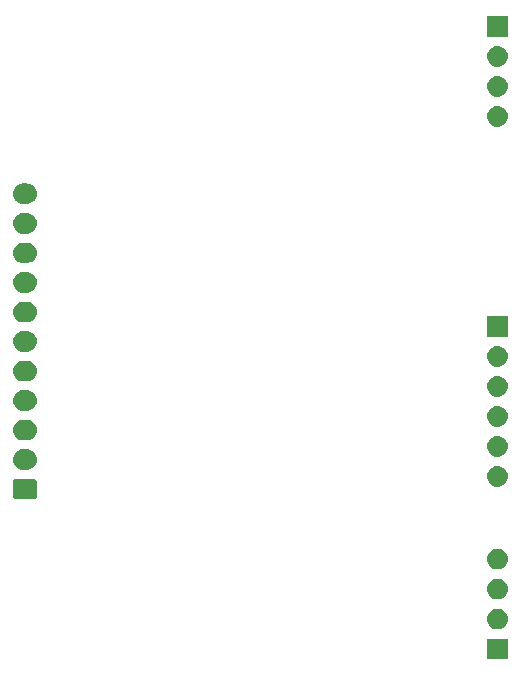
<source format=gbr>
G04 #@! TF.GenerationSoftware,KiCad,Pcbnew,(5.1.2)-2*
G04 #@! TF.CreationDate,2019-08-30T16:27:02-04:00*
G04 #@! TF.ProjectId,AFE SubBoard 0-2,41464520-5375-4624-926f-61726420302d,rev?*
G04 #@! TF.SameCoordinates,Original*
G04 #@! TF.FileFunction,Soldermask,Bot*
G04 #@! TF.FilePolarity,Negative*
%FSLAX46Y46*%
G04 Gerber Fmt 4.6, Leading zero omitted, Abs format (unit mm)*
G04 Created by KiCad (PCBNEW (5.1.2)-2) date 2019-08-30 16:27:02*
%MOMM*%
%LPD*%
G04 APERTURE LIST*
%ADD10C,0.100000*%
G04 APERTURE END LIST*
D10*
G36*
X164705400Y-73265400D02*
G01*
X162954600Y-73265400D01*
X162954600Y-71514600D01*
X164705400Y-71514600D01*
X164705400Y-73265400D01*
X164705400Y-73265400D01*
G37*
G36*
X164001611Y-68987267D02*
G01*
X164166621Y-69037322D01*
X164318698Y-69118609D01*
X164451996Y-69228004D01*
X164561391Y-69361302D01*
X164642678Y-69513379D01*
X164692733Y-69678389D01*
X164709635Y-69850000D01*
X164692733Y-70021611D01*
X164642678Y-70186621D01*
X164561391Y-70338698D01*
X164451996Y-70471996D01*
X164318698Y-70581391D01*
X164166621Y-70662678D01*
X164001611Y-70712733D01*
X163872998Y-70725400D01*
X163787002Y-70725400D01*
X163658389Y-70712733D01*
X163493379Y-70662678D01*
X163341302Y-70581391D01*
X163208004Y-70471996D01*
X163098609Y-70338698D01*
X163017322Y-70186621D01*
X162967267Y-70021611D01*
X162950365Y-69850000D01*
X162967267Y-69678389D01*
X163017322Y-69513379D01*
X163098609Y-69361302D01*
X163208004Y-69228004D01*
X163341302Y-69118609D01*
X163493379Y-69037322D01*
X163658389Y-68987267D01*
X163787002Y-68974600D01*
X163872998Y-68974600D01*
X164001611Y-68987267D01*
X164001611Y-68987267D01*
G37*
G36*
X164001611Y-66447267D02*
G01*
X164166621Y-66497322D01*
X164318698Y-66578609D01*
X164451996Y-66688004D01*
X164561391Y-66821302D01*
X164642678Y-66973379D01*
X164692733Y-67138389D01*
X164709635Y-67310000D01*
X164692733Y-67481611D01*
X164642678Y-67646621D01*
X164561391Y-67798698D01*
X164451996Y-67931996D01*
X164318698Y-68041391D01*
X164166621Y-68122678D01*
X164001611Y-68172733D01*
X163872998Y-68185400D01*
X163787002Y-68185400D01*
X163658389Y-68172733D01*
X163493379Y-68122678D01*
X163341302Y-68041391D01*
X163208004Y-67931996D01*
X163098609Y-67798698D01*
X163017322Y-67646621D01*
X162967267Y-67481611D01*
X162950365Y-67310000D01*
X162967267Y-67138389D01*
X163017322Y-66973379D01*
X163098609Y-66821302D01*
X163208004Y-66688004D01*
X163341302Y-66578609D01*
X163493379Y-66497322D01*
X163658389Y-66447267D01*
X163787002Y-66434600D01*
X163872998Y-66434600D01*
X164001611Y-66447267D01*
X164001611Y-66447267D01*
G37*
G36*
X164001611Y-63907267D02*
G01*
X164166621Y-63957322D01*
X164318698Y-64038609D01*
X164451996Y-64148004D01*
X164561391Y-64281302D01*
X164642678Y-64433379D01*
X164692733Y-64598389D01*
X164709635Y-64770000D01*
X164692733Y-64941611D01*
X164642678Y-65106621D01*
X164561391Y-65258698D01*
X164451996Y-65391996D01*
X164318698Y-65501391D01*
X164166621Y-65582678D01*
X164001611Y-65632733D01*
X163872998Y-65645400D01*
X163787002Y-65645400D01*
X163658389Y-65632733D01*
X163493379Y-65582678D01*
X163341302Y-65501391D01*
X163208004Y-65391996D01*
X163098609Y-65258698D01*
X163017322Y-65106621D01*
X162967267Y-64941611D01*
X162950365Y-64770000D01*
X162967267Y-64598389D01*
X163017322Y-64433379D01*
X163098609Y-64281302D01*
X163208004Y-64148004D01*
X163341302Y-64038609D01*
X163493379Y-63957322D01*
X163658389Y-63907267D01*
X163787002Y-63894600D01*
X163872998Y-63894600D01*
X164001611Y-63907267D01*
X164001611Y-63907267D01*
G37*
G36*
X124632569Y-57984324D02*
G01*
X124677478Y-57997946D01*
X124718871Y-58020072D01*
X124755153Y-58049847D01*
X124784928Y-58086129D01*
X124807054Y-58127522D01*
X124820676Y-58172431D01*
X124825400Y-58220393D01*
X124825400Y-59489607D01*
X124820676Y-59537569D01*
X124807054Y-59582478D01*
X124784928Y-59623871D01*
X124755153Y-59660153D01*
X124718871Y-59689928D01*
X124677478Y-59712054D01*
X124632569Y-59725676D01*
X124584607Y-59730400D01*
X123065393Y-59730400D01*
X123017431Y-59725676D01*
X122972522Y-59712054D01*
X122931129Y-59689928D01*
X122894847Y-59660153D01*
X122865072Y-59623871D01*
X122842946Y-59582478D01*
X122829324Y-59537569D01*
X122824600Y-59489607D01*
X122824600Y-58220393D01*
X122829324Y-58172431D01*
X122842946Y-58127522D01*
X122865072Y-58086129D01*
X122894847Y-58049847D01*
X122931129Y-58020072D01*
X122972522Y-57997946D01*
X123017431Y-57984324D01*
X123065393Y-57979600D01*
X124584607Y-57979600D01*
X124632569Y-57984324D01*
X124632569Y-57984324D01*
G37*
G36*
X164001611Y-56922267D02*
G01*
X164166621Y-56972322D01*
X164318698Y-57053609D01*
X164451996Y-57163004D01*
X164561391Y-57296302D01*
X164642678Y-57448379D01*
X164692733Y-57613389D01*
X164709635Y-57785000D01*
X164692733Y-57956611D01*
X164642678Y-58121621D01*
X164561391Y-58273698D01*
X164451996Y-58406996D01*
X164318698Y-58516391D01*
X164166621Y-58597678D01*
X164001611Y-58647733D01*
X163872998Y-58660400D01*
X163787002Y-58660400D01*
X163658389Y-58647733D01*
X163493379Y-58597678D01*
X163341302Y-58516391D01*
X163208004Y-58406996D01*
X163098609Y-58273698D01*
X163017322Y-58121621D01*
X162967267Y-57956611D01*
X162950365Y-57785000D01*
X162967267Y-57613389D01*
X163017322Y-57448379D01*
X163098609Y-57296302D01*
X163208004Y-57163004D01*
X163341302Y-57053609D01*
X163493379Y-56972322D01*
X163658389Y-56922267D01*
X163787002Y-56909600D01*
X163872998Y-56909600D01*
X164001611Y-56922267D01*
X164001611Y-56922267D01*
G37*
G36*
X124121611Y-55492267D02*
G01*
X124286621Y-55542322D01*
X124438698Y-55623609D01*
X124571996Y-55733004D01*
X124681391Y-55866302D01*
X124762678Y-56018379D01*
X124812733Y-56183389D01*
X124829635Y-56355000D01*
X124812733Y-56526611D01*
X124762678Y-56691621D01*
X124681391Y-56843698D01*
X124571996Y-56976996D01*
X124438698Y-57086391D01*
X124286621Y-57167678D01*
X124121611Y-57217733D01*
X123992998Y-57230400D01*
X123657002Y-57230400D01*
X123528389Y-57217733D01*
X123363379Y-57167678D01*
X123211302Y-57086391D01*
X123078004Y-56976996D01*
X122968609Y-56843698D01*
X122887322Y-56691621D01*
X122837267Y-56526611D01*
X122820365Y-56355000D01*
X122837267Y-56183389D01*
X122887322Y-56018379D01*
X122968609Y-55866302D01*
X123078004Y-55733004D01*
X123211302Y-55623609D01*
X123363379Y-55542322D01*
X123528389Y-55492267D01*
X123657002Y-55479600D01*
X123992998Y-55479600D01*
X124121611Y-55492267D01*
X124121611Y-55492267D01*
G37*
G36*
X164001611Y-54382267D02*
G01*
X164166621Y-54432322D01*
X164318698Y-54513609D01*
X164451996Y-54623004D01*
X164561391Y-54756302D01*
X164642678Y-54908379D01*
X164692733Y-55073389D01*
X164709635Y-55245000D01*
X164692733Y-55416611D01*
X164642678Y-55581621D01*
X164561391Y-55733698D01*
X164451996Y-55866996D01*
X164318698Y-55976391D01*
X164166621Y-56057678D01*
X164001611Y-56107733D01*
X163872998Y-56120400D01*
X163787002Y-56120400D01*
X163658389Y-56107733D01*
X163493379Y-56057678D01*
X163341302Y-55976391D01*
X163208004Y-55866996D01*
X163098609Y-55733698D01*
X163017322Y-55581621D01*
X162967267Y-55416611D01*
X162950365Y-55245000D01*
X162967267Y-55073389D01*
X163017322Y-54908379D01*
X163098609Y-54756302D01*
X163208004Y-54623004D01*
X163341302Y-54513609D01*
X163493379Y-54432322D01*
X163658389Y-54382267D01*
X163787002Y-54369600D01*
X163872998Y-54369600D01*
X164001611Y-54382267D01*
X164001611Y-54382267D01*
G37*
G36*
X124121611Y-52992267D02*
G01*
X124286621Y-53042322D01*
X124438698Y-53123609D01*
X124571996Y-53233004D01*
X124681391Y-53366302D01*
X124762678Y-53518379D01*
X124812733Y-53683389D01*
X124829635Y-53855000D01*
X124812733Y-54026611D01*
X124762678Y-54191621D01*
X124681391Y-54343698D01*
X124571996Y-54476996D01*
X124438698Y-54586391D01*
X124286621Y-54667678D01*
X124121611Y-54717733D01*
X123992998Y-54730400D01*
X123657002Y-54730400D01*
X123528389Y-54717733D01*
X123363379Y-54667678D01*
X123211302Y-54586391D01*
X123078004Y-54476996D01*
X122968609Y-54343698D01*
X122887322Y-54191621D01*
X122837267Y-54026611D01*
X122820365Y-53855000D01*
X122837267Y-53683389D01*
X122887322Y-53518379D01*
X122968609Y-53366302D01*
X123078004Y-53233004D01*
X123211302Y-53123609D01*
X123363379Y-53042322D01*
X123528389Y-52992267D01*
X123657002Y-52979600D01*
X123992998Y-52979600D01*
X124121611Y-52992267D01*
X124121611Y-52992267D01*
G37*
G36*
X164001611Y-51842267D02*
G01*
X164166621Y-51892322D01*
X164318698Y-51973609D01*
X164451996Y-52083004D01*
X164561391Y-52216302D01*
X164642678Y-52368379D01*
X164692733Y-52533389D01*
X164709635Y-52705000D01*
X164692733Y-52876611D01*
X164642678Y-53041621D01*
X164561391Y-53193698D01*
X164451996Y-53326996D01*
X164318698Y-53436391D01*
X164166621Y-53517678D01*
X164001611Y-53567733D01*
X163872998Y-53580400D01*
X163787002Y-53580400D01*
X163658389Y-53567733D01*
X163493379Y-53517678D01*
X163341302Y-53436391D01*
X163208004Y-53326996D01*
X163098609Y-53193698D01*
X163017322Y-53041621D01*
X162967267Y-52876611D01*
X162950365Y-52705000D01*
X162967267Y-52533389D01*
X163017322Y-52368379D01*
X163098609Y-52216302D01*
X163208004Y-52083004D01*
X163341302Y-51973609D01*
X163493379Y-51892322D01*
X163658389Y-51842267D01*
X163787002Y-51829600D01*
X163872998Y-51829600D01*
X164001611Y-51842267D01*
X164001611Y-51842267D01*
G37*
G36*
X124121611Y-50492267D02*
G01*
X124286621Y-50542322D01*
X124438698Y-50623609D01*
X124571996Y-50733004D01*
X124681391Y-50866302D01*
X124762678Y-51018379D01*
X124812733Y-51183389D01*
X124829635Y-51355000D01*
X124812733Y-51526611D01*
X124762678Y-51691621D01*
X124681391Y-51843698D01*
X124571996Y-51976996D01*
X124438698Y-52086391D01*
X124286621Y-52167678D01*
X124121611Y-52217733D01*
X123992998Y-52230400D01*
X123657002Y-52230400D01*
X123528389Y-52217733D01*
X123363379Y-52167678D01*
X123211302Y-52086391D01*
X123078004Y-51976996D01*
X122968609Y-51843698D01*
X122887322Y-51691621D01*
X122837267Y-51526611D01*
X122820365Y-51355000D01*
X122837267Y-51183389D01*
X122887322Y-51018379D01*
X122968609Y-50866302D01*
X123078004Y-50733004D01*
X123211302Y-50623609D01*
X123363379Y-50542322D01*
X123528389Y-50492267D01*
X123657002Y-50479600D01*
X123992998Y-50479600D01*
X124121611Y-50492267D01*
X124121611Y-50492267D01*
G37*
G36*
X164001611Y-49302267D02*
G01*
X164166621Y-49352322D01*
X164318698Y-49433609D01*
X164451996Y-49543004D01*
X164561391Y-49676302D01*
X164642678Y-49828379D01*
X164692733Y-49993389D01*
X164709635Y-50165000D01*
X164692733Y-50336611D01*
X164642678Y-50501621D01*
X164561391Y-50653698D01*
X164451996Y-50786996D01*
X164318698Y-50896391D01*
X164166621Y-50977678D01*
X164001611Y-51027733D01*
X163872998Y-51040400D01*
X163787002Y-51040400D01*
X163658389Y-51027733D01*
X163493379Y-50977678D01*
X163341302Y-50896391D01*
X163208004Y-50786996D01*
X163098609Y-50653698D01*
X163017322Y-50501621D01*
X162967267Y-50336611D01*
X162950365Y-50165000D01*
X162967267Y-49993389D01*
X163017322Y-49828379D01*
X163098609Y-49676302D01*
X163208004Y-49543004D01*
X163341302Y-49433609D01*
X163493379Y-49352322D01*
X163658389Y-49302267D01*
X163787002Y-49289600D01*
X163872998Y-49289600D01*
X164001611Y-49302267D01*
X164001611Y-49302267D01*
G37*
G36*
X124121611Y-47992267D02*
G01*
X124286621Y-48042322D01*
X124438698Y-48123609D01*
X124571996Y-48233004D01*
X124681391Y-48366302D01*
X124762678Y-48518379D01*
X124812733Y-48683389D01*
X124829635Y-48855000D01*
X124812733Y-49026611D01*
X124762678Y-49191621D01*
X124681391Y-49343698D01*
X124571996Y-49476996D01*
X124438698Y-49586391D01*
X124286621Y-49667678D01*
X124121611Y-49717733D01*
X123992998Y-49730400D01*
X123657002Y-49730400D01*
X123528389Y-49717733D01*
X123363379Y-49667678D01*
X123211302Y-49586391D01*
X123078004Y-49476996D01*
X122968609Y-49343698D01*
X122887322Y-49191621D01*
X122837267Y-49026611D01*
X122820365Y-48855000D01*
X122837267Y-48683389D01*
X122887322Y-48518379D01*
X122968609Y-48366302D01*
X123078004Y-48233004D01*
X123211302Y-48123609D01*
X123363379Y-48042322D01*
X123528389Y-47992267D01*
X123657002Y-47979600D01*
X123992998Y-47979600D01*
X124121611Y-47992267D01*
X124121611Y-47992267D01*
G37*
G36*
X164001611Y-46762267D02*
G01*
X164166621Y-46812322D01*
X164318698Y-46893609D01*
X164451996Y-47003004D01*
X164561391Y-47136302D01*
X164642678Y-47288379D01*
X164692733Y-47453389D01*
X164709635Y-47625000D01*
X164692733Y-47796611D01*
X164642678Y-47961621D01*
X164561391Y-48113698D01*
X164451996Y-48246996D01*
X164318698Y-48356391D01*
X164166621Y-48437678D01*
X164001611Y-48487733D01*
X163872998Y-48500400D01*
X163787002Y-48500400D01*
X163658389Y-48487733D01*
X163493379Y-48437678D01*
X163341302Y-48356391D01*
X163208004Y-48246996D01*
X163098609Y-48113698D01*
X163017322Y-47961621D01*
X162967267Y-47796611D01*
X162950365Y-47625000D01*
X162967267Y-47453389D01*
X163017322Y-47288379D01*
X163098609Y-47136302D01*
X163208004Y-47003004D01*
X163341302Y-46893609D01*
X163493379Y-46812322D01*
X163658389Y-46762267D01*
X163787002Y-46749600D01*
X163872998Y-46749600D01*
X164001611Y-46762267D01*
X164001611Y-46762267D01*
G37*
G36*
X124121611Y-45492267D02*
G01*
X124286621Y-45542322D01*
X124438698Y-45623609D01*
X124571996Y-45733004D01*
X124681391Y-45866302D01*
X124762678Y-46018379D01*
X124812733Y-46183389D01*
X124829635Y-46355000D01*
X124812733Y-46526611D01*
X124762678Y-46691621D01*
X124681391Y-46843698D01*
X124571996Y-46976996D01*
X124438698Y-47086391D01*
X124286621Y-47167678D01*
X124121611Y-47217733D01*
X123992998Y-47230400D01*
X123657002Y-47230400D01*
X123528389Y-47217733D01*
X123363379Y-47167678D01*
X123211302Y-47086391D01*
X123078004Y-46976996D01*
X122968609Y-46843698D01*
X122887322Y-46691621D01*
X122837267Y-46526611D01*
X122820365Y-46355000D01*
X122837267Y-46183389D01*
X122887322Y-46018379D01*
X122968609Y-45866302D01*
X123078004Y-45733004D01*
X123211302Y-45623609D01*
X123363379Y-45542322D01*
X123528389Y-45492267D01*
X123657002Y-45479600D01*
X123992998Y-45479600D01*
X124121611Y-45492267D01*
X124121611Y-45492267D01*
G37*
G36*
X164705400Y-45960400D02*
G01*
X162954600Y-45960400D01*
X162954600Y-44209600D01*
X164705400Y-44209600D01*
X164705400Y-45960400D01*
X164705400Y-45960400D01*
G37*
G36*
X124121611Y-42992267D02*
G01*
X124286621Y-43042322D01*
X124438698Y-43123609D01*
X124571996Y-43233004D01*
X124681391Y-43366302D01*
X124762678Y-43518379D01*
X124812733Y-43683389D01*
X124829635Y-43855000D01*
X124812733Y-44026611D01*
X124762678Y-44191621D01*
X124681391Y-44343698D01*
X124571996Y-44476996D01*
X124438698Y-44586391D01*
X124286621Y-44667678D01*
X124121611Y-44717733D01*
X123992998Y-44730400D01*
X123657002Y-44730400D01*
X123528389Y-44717733D01*
X123363379Y-44667678D01*
X123211302Y-44586391D01*
X123078004Y-44476996D01*
X122968609Y-44343698D01*
X122887322Y-44191621D01*
X122837267Y-44026611D01*
X122820365Y-43855000D01*
X122837267Y-43683389D01*
X122887322Y-43518379D01*
X122968609Y-43366302D01*
X123078004Y-43233004D01*
X123211302Y-43123609D01*
X123363379Y-43042322D01*
X123528389Y-42992267D01*
X123657002Y-42979600D01*
X123992998Y-42979600D01*
X124121611Y-42992267D01*
X124121611Y-42992267D01*
G37*
G36*
X124121611Y-40492267D02*
G01*
X124286621Y-40542322D01*
X124438698Y-40623609D01*
X124571996Y-40733004D01*
X124681391Y-40866302D01*
X124762678Y-41018379D01*
X124812733Y-41183389D01*
X124829635Y-41355000D01*
X124812733Y-41526611D01*
X124762678Y-41691621D01*
X124681391Y-41843698D01*
X124571996Y-41976996D01*
X124438698Y-42086391D01*
X124286621Y-42167678D01*
X124121611Y-42217733D01*
X123992998Y-42230400D01*
X123657002Y-42230400D01*
X123528389Y-42217733D01*
X123363379Y-42167678D01*
X123211302Y-42086391D01*
X123078004Y-41976996D01*
X122968609Y-41843698D01*
X122887322Y-41691621D01*
X122837267Y-41526611D01*
X122820365Y-41355000D01*
X122837267Y-41183389D01*
X122887322Y-41018379D01*
X122968609Y-40866302D01*
X123078004Y-40733004D01*
X123211302Y-40623609D01*
X123363379Y-40542322D01*
X123528389Y-40492267D01*
X123657002Y-40479600D01*
X123992998Y-40479600D01*
X124121611Y-40492267D01*
X124121611Y-40492267D01*
G37*
G36*
X124121611Y-37992267D02*
G01*
X124286621Y-38042322D01*
X124438698Y-38123609D01*
X124571996Y-38233004D01*
X124681391Y-38366302D01*
X124762678Y-38518379D01*
X124812733Y-38683389D01*
X124829635Y-38855000D01*
X124812733Y-39026611D01*
X124762678Y-39191621D01*
X124681391Y-39343698D01*
X124571996Y-39476996D01*
X124438698Y-39586391D01*
X124286621Y-39667678D01*
X124121611Y-39717733D01*
X123992998Y-39730400D01*
X123657002Y-39730400D01*
X123528389Y-39717733D01*
X123363379Y-39667678D01*
X123211302Y-39586391D01*
X123078004Y-39476996D01*
X122968609Y-39343698D01*
X122887322Y-39191621D01*
X122837267Y-39026611D01*
X122820365Y-38855000D01*
X122837267Y-38683389D01*
X122887322Y-38518379D01*
X122968609Y-38366302D01*
X123078004Y-38233004D01*
X123211302Y-38123609D01*
X123363379Y-38042322D01*
X123528389Y-37992267D01*
X123657002Y-37979600D01*
X123992998Y-37979600D01*
X124121611Y-37992267D01*
X124121611Y-37992267D01*
G37*
G36*
X124121611Y-35492267D02*
G01*
X124286621Y-35542322D01*
X124438698Y-35623609D01*
X124571996Y-35733004D01*
X124681391Y-35866302D01*
X124762678Y-36018379D01*
X124812733Y-36183389D01*
X124829635Y-36355000D01*
X124812733Y-36526611D01*
X124762678Y-36691621D01*
X124681391Y-36843698D01*
X124571996Y-36976996D01*
X124438698Y-37086391D01*
X124286621Y-37167678D01*
X124121611Y-37217733D01*
X123992998Y-37230400D01*
X123657002Y-37230400D01*
X123528389Y-37217733D01*
X123363379Y-37167678D01*
X123211302Y-37086391D01*
X123078004Y-36976996D01*
X122968609Y-36843698D01*
X122887322Y-36691621D01*
X122837267Y-36526611D01*
X122820365Y-36355000D01*
X122837267Y-36183389D01*
X122887322Y-36018379D01*
X122968609Y-35866302D01*
X123078004Y-35733004D01*
X123211302Y-35623609D01*
X123363379Y-35542322D01*
X123528389Y-35492267D01*
X123657002Y-35479600D01*
X123992998Y-35479600D01*
X124121611Y-35492267D01*
X124121611Y-35492267D01*
G37*
G36*
X124121611Y-32992267D02*
G01*
X124286621Y-33042322D01*
X124438698Y-33123609D01*
X124571996Y-33233004D01*
X124681391Y-33366302D01*
X124762678Y-33518379D01*
X124812733Y-33683389D01*
X124829635Y-33855000D01*
X124812733Y-34026611D01*
X124762678Y-34191621D01*
X124681391Y-34343698D01*
X124571996Y-34476996D01*
X124438698Y-34586391D01*
X124286621Y-34667678D01*
X124121611Y-34717733D01*
X123992998Y-34730400D01*
X123657002Y-34730400D01*
X123528389Y-34717733D01*
X123363379Y-34667678D01*
X123211302Y-34586391D01*
X123078004Y-34476996D01*
X122968609Y-34343698D01*
X122887322Y-34191621D01*
X122837267Y-34026611D01*
X122820365Y-33855000D01*
X122837267Y-33683389D01*
X122887322Y-33518379D01*
X122968609Y-33366302D01*
X123078004Y-33233004D01*
X123211302Y-33123609D01*
X123363379Y-33042322D01*
X123528389Y-32992267D01*
X123657002Y-32979600D01*
X123992998Y-32979600D01*
X124121611Y-32992267D01*
X124121611Y-32992267D01*
G37*
G36*
X164001611Y-26442267D02*
G01*
X164166621Y-26492322D01*
X164318698Y-26573609D01*
X164451996Y-26683004D01*
X164561391Y-26816302D01*
X164642678Y-26968379D01*
X164692733Y-27133389D01*
X164709635Y-27305000D01*
X164692733Y-27476611D01*
X164642678Y-27641621D01*
X164561391Y-27793698D01*
X164451996Y-27926996D01*
X164318698Y-28036391D01*
X164166621Y-28117678D01*
X164001611Y-28167733D01*
X163872998Y-28180400D01*
X163787002Y-28180400D01*
X163658389Y-28167733D01*
X163493379Y-28117678D01*
X163341302Y-28036391D01*
X163208004Y-27926996D01*
X163098609Y-27793698D01*
X163017322Y-27641621D01*
X162967267Y-27476611D01*
X162950365Y-27305000D01*
X162967267Y-27133389D01*
X163017322Y-26968379D01*
X163098609Y-26816302D01*
X163208004Y-26683004D01*
X163341302Y-26573609D01*
X163493379Y-26492322D01*
X163658389Y-26442267D01*
X163787002Y-26429600D01*
X163872998Y-26429600D01*
X164001611Y-26442267D01*
X164001611Y-26442267D01*
G37*
G36*
X164001611Y-23902267D02*
G01*
X164166621Y-23952322D01*
X164318698Y-24033609D01*
X164451996Y-24143004D01*
X164561391Y-24276302D01*
X164642678Y-24428379D01*
X164692733Y-24593389D01*
X164709635Y-24765000D01*
X164692733Y-24936611D01*
X164642678Y-25101621D01*
X164561391Y-25253698D01*
X164451996Y-25386996D01*
X164318698Y-25496391D01*
X164166621Y-25577678D01*
X164001611Y-25627733D01*
X163872998Y-25640400D01*
X163787002Y-25640400D01*
X163658389Y-25627733D01*
X163493379Y-25577678D01*
X163341302Y-25496391D01*
X163208004Y-25386996D01*
X163098609Y-25253698D01*
X163017322Y-25101621D01*
X162967267Y-24936611D01*
X162950365Y-24765000D01*
X162967267Y-24593389D01*
X163017322Y-24428379D01*
X163098609Y-24276302D01*
X163208004Y-24143004D01*
X163341302Y-24033609D01*
X163493379Y-23952322D01*
X163658389Y-23902267D01*
X163787002Y-23889600D01*
X163872998Y-23889600D01*
X164001611Y-23902267D01*
X164001611Y-23902267D01*
G37*
G36*
X164001611Y-21362267D02*
G01*
X164166621Y-21412322D01*
X164318698Y-21493609D01*
X164451996Y-21603004D01*
X164561391Y-21736302D01*
X164642678Y-21888379D01*
X164692733Y-22053389D01*
X164709635Y-22225000D01*
X164692733Y-22396611D01*
X164642678Y-22561621D01*
X164561391Y-22713698D01*
X164451996Y-22846996D01*
X164318698Y-22956391D01*
X164166621Y-23037678D01*
X164001611Y-23087733D01*
X163872998Y-23100400D01*
X163787002Y-23100400D01*
X163658389Y-23087733D01*
X163493379Y-23037678D01*
X163341302Y-22956391D01*
X163208004Y-22846996D01*
X163098609Y-22713698D01*
X163017322Y-22561621D01*
X162967267Y-22396611D01*
X162950365Y-22225000D01*
X162967267Y-22053389D01*
X163017322Y-21888379D01*
X163098609Y-21736302D01*
X163208004Y-21603004D01*
X163341302Y-21493609D01*
X163493379Y-21412322D01*
X163658389Y-21362267D01*
X163787002Y-21349600D01*
X163872998Y-21349600D01*
X164001611Y-21362267D01*
X164001611Y-21362267D01*
G37*
G36*
X164705400Y-20560400D02*
G01*
X162954600Y-20560400D01*
X162954600Y-18809600D01*
X164705400Y-18809600D01*
X164705400Y-20560400D01*
X164705400Y-20560400D01*
G37*
M02*

</source>
